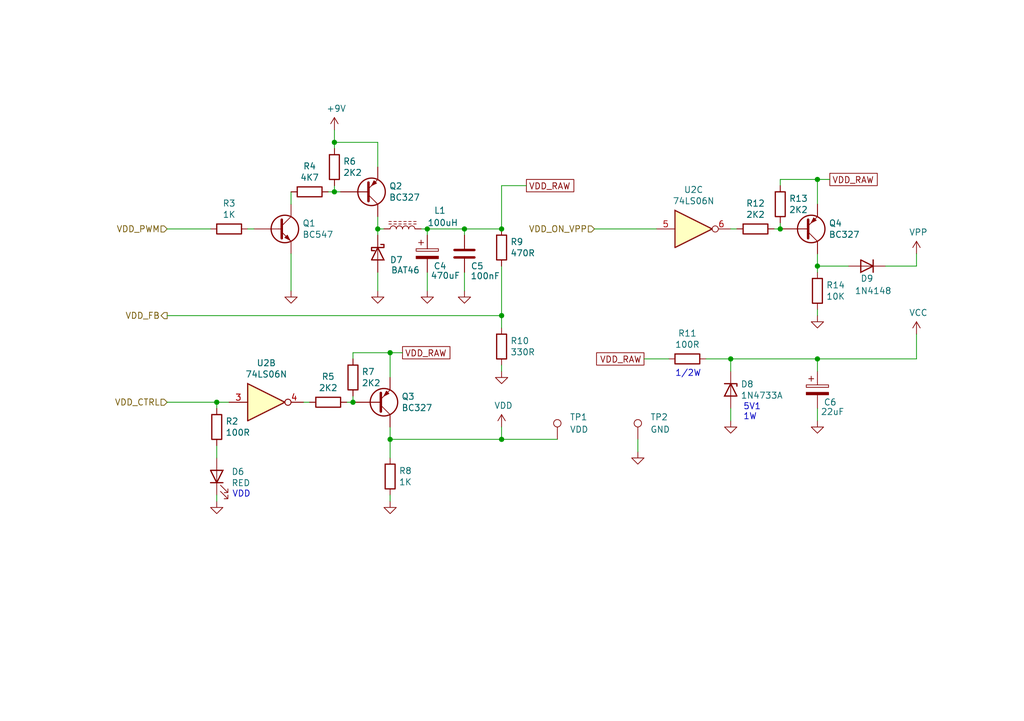
<source format=kicad_sch>
(kicad_sch (version 20231120) (generator "eeschema") (generator_version "8.0")
  (paper "A5")
  (title_block (title "USB Flash/EPROM Programmer") (date "2024-02-01") (rev "v0.3.0") (company "Robson Martins") (comment 1 "https://usbflashprog.robsonmartins.com"))
  (lib_symbols
    (symbol "74xx:74LS06N" (pin_names (offset 1.016))
      (property "Reference" "U" (at 0 1.27 0))
      (property "Value" "74LS06N" (at 0 -1.27 0))
      (symbol "74LS06N_1_0"
        (polyline (pts (xy -3.81 3.81) (xy -3.81 -3.81) (xy 3.81 0) (xy -3.81 3.81)) (stroke (width 0.254)) (fill (type background)))
        (pin input line (at -7.62 0 0) (length 3.81) (name "~") (number "1"))
        (pin open_collector inverted (at 7.62 0 180) (length 3.81) (name "~") (number "2"))
      )
      (symbol "74LS06N_2_0"
        (polyline (pts (xy -3.81 3.81) (xy -3.81 -3.81) (xy 3.81 0) (xy -3.81 3.81)) (stroke (width 0.254)) (fill (type background)))
        (pin input line (at -7.62 0 0) (length 3.81) (name "~") (number "3"))
        (pin open_collector inverted (at 7.62 0 180) (length 3.81) (name "~") (number "4"))
      )
      (symbol "74LS06N_3_0"
        (polyline (pts (xy -3.81 3.81) (xy -3.81 -3.81) (xy 3.81 0) (xy -3.81 3.81)) (stroke (width 0.254)) (fill (type background)))
        (pin input line (at -7.62 0 0) (length 3.81) (name "~") (number "5"))
        (pin open_collector inverted (at 7.62 0 180) (length 3.81) (name "~") (number "6"))
      )
      (symbol "74LS06N_4_0"
        (polyline (pts (xy -3.81 3.81) (xy -3.81 -3.81) (xy 3.81 0) (xy -3.81 3.81)) (stroke (width 0.254)) (fill (type background)))
        (pin open_collector inverted (at 7.62 0 180) (length 3.81) (name "~") (number "8"))
        (pin input line (at -7.62 0 0) (length 3.81) (name "~") (number "9"))
      )
      (symbol "74LS06N_5_0"
        (polyline (pts (xy -3.81 3.81) (xy -3.81 -3.81) (xy 3.81 0) (xy -3.81 3.81)) (stroke (width 0.254)) (fill (type background)))
        (pin open_collector inverted (at 7.62 0 180) (length 3.81) (name "~") (number "10"))
        (pin input line (at -7.62 0 0) (length 3.81) (name "~") (number "11"))
      )
      (symbol "74LS06N_6_0"
        (polyline (pts (xy -3.81 3.81) (xy -3.81 -3.81) (xy 3.81 0) (xy -3.81 3.81)) (stroke (width 0.254)) (fill (type background)))
        (pin open_collector inverted (at 7.62 0 180) (length 3.81) (name "~") (number "12"))
        (pin input line (at -7.62 0 0) (length 3.81) (name "~") (number "13"))
      )
      (symbol "74LS06N_7_0"
        (pin power_in line (at 0 12.7 270) (length 5.08) (name "VCC") (number "14"))
        (pin power_in line (at 0 -12.7 90) (length 5.08) (name "GND") (number "7"))
      )
      (symbol "74LS06N_7_1"
        (rectangle (start -5.08 7.62) (end 5.08 -7.62) (stroke (width 0.254)) (fill (type background)))
      )
    )
    (symbol "BC327_1" (pin_numbers hide) (pin_names (offset 0) hide)
      (property "Reference" "Q" (at 5.08 1.905 0))
      (property "Value" "BC327_1" (at 5.08 0 0))
      (symbol "BC327_1_0_1"
        (polyline (pts (xy 0.635 0.635) (xy 2.54 2.54)))
        (polyline (pts (xy 0.635 -0.635) (xy 2.54 -2.54) (xy 2.54 -2.54)))
        (polyline (pts (xy 0.635 1.905) (xy 0.635 -1.905) (xy 0.635 -1.905)) (stroke (width 0.508)))
        (polyline (pts (xy 2.286 -1.778) (xy 1.778 -2.286) (xy 1.27 -1.27) (xy 2.286 -1.778) (xy 2.286 -1.778)) (fill (type outline)))
        (circle (center 1.27 0) (radius 2.8194) (stroke (width 0.254)))
      )
      (symbol "BC327_1_1_1"
        (pin passive line (at 2.54 5.08 270) (length 2.54) (name "C") (number "1"))
        (pin input line (at -5.08 0 0) (length 5.715) (name "B") (number "2"))
        (pin passive line (at 2.54 -5.08 90) (length 2.54) (name "E") (number "3"))
      )
    )
    (symbol "BC327_2" (pin_numbers hide) (pin_names (offset 0) hide)
      (property "Reference" "Q" (at 5.08 1.905 0))
      (property "Value" "BC327_2" (at 5.08 0 0))
      (symbol "BC327_2_0_1"
        (polyline (pts (xy 0.635 0.635) (xy 2.54 2.54)))
        (polyline (pts (xy 0.635 -0.635) (xy 2.54 -2.54) (xy 2.54 -2.54)))
        (polyline (pts (xy 0.635 1.905) (xy 0.635 -1.905) (xy 0.635 -1.905)) (stroke (width 0.508)))
        (polyline (pts (xy 2.286 -1.778) (xy 1.778 -2.286) (xy 1.27 -1.27) (xy 2.286 -1.778) (xy 2.286 -1.778)) (fill (type outline)))
        (circle (center 1.27 0) (radius 2.8194) (stroke (width 0.254)))
      )
      (symbol "BC327_2_1_1"
        (pin passive line (at 2.54 5.08 270) (length 2.54) (name "C") (number "1"))
        (pin input line (at -5.08 0 0) (length 5.715) (name "B") (number "2"))
        (pin passive line (at 2.54 -5.08 90) (length 2.54) (name "E") (number "3"))
      )
    )
    (symbol "Connector:TestPoint" (pin_numbers hide) (pin_names (offset 0.762) hide)
      (property "Reference" "TP" (at 0 6.858 0))
      (property "Value" "TestPoint" (at 0 5.08 0))
      (symbol "TestPoint_0_1"
        (circle (center 0 3.302) (radius 0.762))
      )
      (symbol "TestPoint_1_1"
        (pin passive line (at 0 0 90) (length 2.54) (name "1") (number "1"))
      )
    )
    (symbol "Device:C" (pin_numbers hide) (pin_names (offset 0.254))
      (property "Reference" "C" (at 0.635 2.54 0))
      (property "Value" "C" (at 0.635 -2.54 0))
      (symbol "C_0_1"
        (polyline (pts (xy -2.032 -0.762) (xy 2.032 -0.762)) (stroke (width 0.508)))
        (polyline (pts (xy -2.032 0.762) (xy 2.032 0.762)) (stroke (width 0.508)))
      )
      (symbol "C_1_1"
        (pin passive line (at 0 3.81 270) (length 2.794) (name "~") (number "1"))
        (pin passive line (at 0 -3.81 90) (length 2.794) (name "~") (number "2"))
      )
    )
    (symbol "Device:C_Polarized" (pin_numbers hide) (pin_names (offset 0.254))
      (property "Reference" "C" (at 0.635 2.54 0))
      (property "Value" "C_Polarized" (at 0.635 -2.54 0))
      (symbol "C_Polarized_0_1"
        (rectangle (start -2.286 0.508) (end 2.286 1.016))
        (polyline (pts (xy -1.778 2.286) (xy -0.762 2.286)))
        (polyline (pts (xy -1.27 2.794) (xy -1.27 1.778)))
        (rectangle (start 2.286 -0.508) (end -2.286 -1.016) (fill (type outline)))
      )
      (symbol "C_Polarized_1_1"
        (pin passive line (at 0 3.81 270) (length 2.794) (name "~") (number "1"))
        (pin passive line (at 0 -3.81 90) (length 2.794) (name "~") (number "2"))
      )
    )
    (symbol "Device:LED" (pin_numbers hide) (pin_names (offset 1.016) hide)
      (property "Reference" "D" (at 0 2.54 0))
      (property "Value" "LED" (at 0 -2.54 0))
      (symbol "LED_0_1"
        (polyline (pts (xy -1.27 -1.27) (xy -1.27 1.27)) (stroke (width 0.254)))
        (polyline (pts (xy -1.27 0) (xy 1.27 0)))
        (polyline (pts (xy 1.27 -1.27) (xy 1.27 1.27) (xy -1.27 0) (xy 1.27 -1.27)) (stroke (width 0.254)))
        (polyline (pts (xy -3.048 -0.762) (xy -4.572 -2.286) (xy -3.81 -2.286) (xy -4.572 -2.286) (xy -4.572 -1.524)))
        (polyline (pts (xy -1.778 -0.762) (xy -3.302 -2.286) (xy -2.54 -2.286) (xy -3.302 -2.286) (xy -3.302 -1.524)))
      )
      (symbol "LED_1_1"
        (pin passive line (at -3.81 0 0) (length 2.54) (name "K") (number "1"))
        (pin passive line (at 3.81 0 180) (length 2.54) (name "A") (number "2"))
      )
    )
    (symbol "Device:L_Ferrite" (pin_numbers hide) (pin_names (offset 1.016) hide)
      (property "Reference" "L" (at -1.27 0 90))
      (property "Value" "L_Ferrite" (at 2.794 0 90))
      (symbol "L_Ferrite_0_1"
        (arc (start 0 -2.54) (mid 0.6323 -1.905) (end 0 -1.27))
        (arc (start 0 -1.27) (mid 0.6323 -0.635) (end 0 0))
        (polyline (pts (xy 1.016 -2.794) (xy 1.016 -2.286)))
        (polyline (pts (xy 1.016 -1.778) (xy 1.016 -1.27)))
        (polyline (pts (xy 1.016 -0.762) (xy 1.016 -0.254)))
        (polyline (pts (xy 1.016 0.254) (xy 1.016 0.762)))
        (polyline (pts (xy 1.016 1.27) (xy 1.016 1.778)))
        (polyline (pts (xy 1.016 2.286) (xy 1.016 2.794)))
        (polyline (pts (xy 1.524 -2.286) (xy 1.524 -2.794)))
        (polyline (pts (xy 1.524 -1.27) (xy 1.524 -1.778)))
        (polyline (pts (xy 1.524 -0.254) (xy 1.524 -0.762)))
        (polyline (pts (xy 1.524 0.762) (xy 1.524 0.254)))
        (polyline (pts (xy 1.524 1.778) (xy 1.524 1.27)))
        (polyline (pts (xy 1.524 2.794) (xy 1.524 2.286)))
        (arc (start 0 0) (mid 0.6323 0.635) (end 0 1.27))
        (arc (start 0 1.27) (mid 0.6323 1.905) (end 0 2.54))
      )
      (symbol "L_Ferrite_1_1"
        (pin passive line (at 0 3.81 270) (length 1.27) (name "1") (number "1"))
        (pin passive line (at 0 -3.81 90) (length 1.27) (name "2") (number "2"))
      )
    )
    (symbol "Device:R" (pin_numbers hide) (pin_names (offset 0))
      (property "Reference" "R" (at 2.032 0 90))
      (property "Value" "R" (at 0 0 90))
      (symbol "R_0_1"
        (rectangle (start -1.016 -2.54) (end 1.016 2.54) (stroke (width 0.254)))
      )
      (symbol "R_1_1"
        (pin passive line (at 0 3.81 270) (length 1.27) (name "~") (number "1"))
        (pin passive line (at 0 -3.81 90) (length 1.27) (name "~") (number "2"))
      )
    )
    (symbol "Diode:1N4148" (pin_numbers hide) (pin_names (offset 1.016) hide)
      (property "Reference" "D" (at 0 2.54 0))
      (property "Value" "1N4148" (at 0 -2.54 0))
      (symbol "1N4148_0_1"
        (polyline (pts (xy -1.27 1.27) (xy -1.27 -1.27)) (stroke (width 0.254)))
        (polyline (pts (xy 1.27 0) (xy -1.27 0)))
        (polyline (pts (xy 1.27 1.27) (xy 1.27 -1.27) (xy -1.27 0) (xy 1.27 1.27)) (stroke (width 0.254)))
      )
      (symbol "1N4148_1_1"
        (pin passive line (at -3.81 0 0) (length 2.54) (name "K") (number "1"))
        (pin passive line (at 3.81 0 180) (length 2.54) (name "A") (number "2"))
      )
    )
    (symbol "Diode:1N47xxA" (pin_numbers hide) (pin_names hide)
      (property "Reference" "D" (at 0 2.54 0))
      (property "Value" "1N47xxA" (at 0 -2.54 0))
      (symbol "1N47xxA_0_1"
        (polyline (pts (xy 1.27 0) (xy -1.27 0)))
        (polyline (pts (xy -1.27 -1.27) (xy -1.27 1.27) (xy -0.762 1.27)) (stroke (width 0.254)))
        (polyline (pts (xy 1.27 -1.27) (xy 1.27 1.27) (xy -1.27 0) (xy 1.27 -1.27)) (stroke (width 0.254)))
      )
      (symbol "1N47xxA_1_1"
        (pin passive line (at -3.81 0 0) (length 2.54) (name "K") (number "1"))
        (pin passive line (at 3.81 0 180) (length 2.54) (name "A") (number "2"))
      )
    )
    (symbol "Diode:BAT46" (pin_numbers hide) (pin_names (offset 1.016) hide)
      (property "Reference" "D" (at 0 2.54 0))
      (property "Value" "BAT46" (at 0 -2.54 0))
      (symbol "BAT46_0_1"
        (polyline (pts (xy 1.27 0) (xy -1.27 0)))
        (polyline (pts (xy 1.27 1.27) (xy 1.27 -1.27) (xy -1.27 0) (xy 1.27 1.27)) (stroke (width 0.254)))
        (polyline (pts (xy -1.905 0.635) (xy -1.905 1.27) (xy -1.27 1.27) (xy -1.27 -1.27) (xy -0.635 -1.27) (xy -0.635 -0.635)) (stroke (width 0.254)))
      )
      (symbol "BAT46_1_1"
        (pin passive line (at -3.81 0 0) (length 2.54) (name "K") (number "1"))
        (pin passive line (at 3.81 0 180) (length 2.54) (name "A") (number "2"))
      )
    )
    (symbol "Transistor_BJT:BC327" (pin_numbers hide) (pin_names (offset 0) hide)
      (property "Reference" "Q" (at 5.08 1.905 0))
      (property "Value" "BC327" (at 5.08 0 0))
      (symbol "BC327_0_1"
        (polyline (pts (xy 0.635 0.635) (xy 2.54 2.54)))
        (polyline (pts (xy 0.635 -0.635) (xy 2.54 -2.54) (xy 2.54 -2.54)))
        (polyline (pts (xy 0.635 1.905) (xy 0.635 -1.905) (xy 0.635 -1.905)) (stroke (width 0.508)))
        (polyline (pts (xy 2.286 -1.778) (xy 1.778 -2.286) (xy 1.27 -1.27) (xy 2.286 -1.778) (xy 2.286 -1.778)) (fill (type outline)))
        (circle (center 1.27 0) (radius 2.8194) (stroke (width 0.254)))
      )
      (symbol "BC327_1_1"
        (pin passive line (at 2.54 5.08 270) (length 2.54) (name "C") (number "1"))
        (pin input line (at -5.08 0 0) (length 5.715) (name "B") (number "2"))
        (pin passive line (at 2.54 -5.08 90) (length 2.54) (name "E") (number "3"))
      )
    )
    (symbol "Transistor_BJT:BC547" (pin_numbers hide) (pin_names (offset 0) hide)
      (property "Reference" "Q" (at 5.08 1.905 0))
      (property "Value" "BC547" (at 5.08 0 0))
      (symbol "BC547_0_1"
        (polyline (pts (xy 0 0) (xy 0.635 0)))
        (polyline (pts (xy 0.635 0.635) (xy 2.54 2.54)))
        (polyline (pts (xy 0.635 -0.635) (xy 2.54 -2.54) (xy 2.54 -2.54)))
        (polyline (pts (xy 0.635 1.905) (xy 0.635 -1.905) (xy 0.635 -1.905)) (stroke (width 0.508)))
        (polyline (pts (xy 1.27 -1.778) (xy 1.778 -1.27) (xy 2.286 -2.286) (xy 1.27 -1.778) (xy 1.27 -1.778)) (fill (type outline)))
        (circle (center 1.27 0) (radius 2.8194) (stroke (width 0.254)))
      )
      (symbol "BC547_1_1"
        (pin passive line (at 2.54 5.08 270) (length 2.54) (name "C") (number "1"))
        (pin input line (at -5.08 0 0) (length 5.08) (name "B") (number "2"))
        (pin passive line (at 2.54 -5.08 90) (length 2.54) (name "E") (number "3"))
      )
    )
    (symbol "power:+9V" (power) (pin_names (offset 0))
      (property "Value" "+9V" (at 0 3.556 0))
      (symbol "+9V_0_1"
        (polyline (pts (xy -0.762 1.27) (xy 0 2.54)))
        (polyline (pts (xy 0 0) (xy 0 2.54)))
        (polyline (pts (xy 0 2.54) (xy 0.762 1.27)))
      )
      (symbol "+9V_1_1"
        (pin power_in line (at 0 0 90) (length 0) hide (name "+9V") (number "1"))
      )
    )
    (symbol "power:GND" (power) (pin_names (offset 0))
      (property "Value" "GND" (at 0 -3.81 0))
      (symbol "GND_0_1"
        (polyline (pts (xy 0 0) (xy 0 -1.27) (xy 1.27 -1.27) (xy 0 -2.54) (xy -1.27 -1.27) (xy 0 -1.27)))
      )
      (symbol "GND_1_1"
        (pin power_in line (at 0 0 270) (length 0) hide (name "GND") (number "1"))
      )
    )
    (symbol "power:VCC" (power) (pin_names (offset 0))
      (property "Value" "VCC" (at 0 3.81 0))
      (symbol "VCC_0_1"
        (polyline (pts (xy -0.762 1.27) (xy 0 2.54)))
        (polyline (pts (xy 0 0) (xy 0 2.54)))
        (polyline (pts (xy 0 2.54) (xy 0.762 1.27)))
      )
      (symbol "VCC_1_1"
        (pin power_in line (at 0 0 90) (length 0) hide (name "VCC") (number "1"))
      )
    )
    (symbol "power:VDD" (power) (pin_names (offset 0))
      (property "Value" "VDD" (at 0 3.81 0))
      (symbol "VDD_0_1"
        (polyline (pts (xy -0.762 1.27) (xy 0 2.54)))
        (polyline (pts (xy 0 0) (xy 0 2.54)))
        (polyline (pts (xy 0 2.54) (xy 0.762 1.27)))
      )
      (symbol "VDD_1_1"
        (pin power_in line (at 0 0 90) (length 0) hide (name "VDD") (number "1"))
      )
    )
    (symbol "power:VPP" (power) (pin_names (offset 0))
      (property "Value" "VPP" (at 0 3.81 0))
      (symbol "VPP_0_1"
        (polyline (pts (xy -0.762 1.27) (xy 0 2.54)))
        (polyline (pts (xy 0 0) (xy 0 2.54)))
        (polyline (pts (xy 0 2.54) (xy 0.762 1.27)))
      )
      (symbol "VPP_1_1"
        (pin power_in line (at 0 0 90) (length 0) hide (name "VPP") (number "1"))
      )
    )
  )
  (junction (at 77.47 46.99))
  (junction (at 149.86 73.66))
  (junction (at 102.87 90.17))
  (junction (at 160.02 46.99))
  (junction (at 68.58 29.21))
  (junction (at 102.87 46.99))
  (junction (at 44.45 82.55))
  (junction (at 72.39 82.55))
  (junction (at 167.64 54.61))
  (junction (at 87.63 46.99))
  (junction (at 95.25 46.99))
  (junction (at 80.01 72.39))
  (junction (at 102.87 64.77))
  (junction (at 167.64 73.66))
  (junction (at 167.64 36.83))
  (junction (at 68.58 39.37))
  (junction (at 80.01 90.17))
  (wire (pts (xy 160.02 38.1) (xy 160.02 36.83)))
  (wire (pts (xy 44.45 91.44) (xy 44.45 93.98)))
  (wire (pts (xy 187.96 68.58) (xy 187.96 73.66)))
  (wire (pts (xy 167.64 63.5) (xy 167.64 64.77)))
  (wire (pts (xy 80.01 77.47) (xy 80.01 72.39)))
  (wire (pts (xy 95.25 46.99) (xy 102.87 46.99)))
  (wire (pts (xy 68.58 39.37) (xy 69.85 39.37)))
  (wire (pts (xy 77.47 55.88) (xy 77.47 59.69)))
  (wire (pts (xy 80.01 87.63) (xy 80.01 90.17)))
  (wire (pts (xy 72.39 73.66) (xy 72.39 72.39)))
  (wire (pts (xy 71.12 82.55) (xy 72.39 82.55)))
  (wire (pts (xy 187.96 54.61) (xy 187.96 52.07)))
  (wire (pts (xy 102.87 87.63) (xy 102.87 90.17)))
  (wire (pts (xy 77.47 46.99) (xy 77.47 48.26)))
  (wire (pts (xy 173.99 54.61) (xy 167.64 54.61)))
  (wire (pts (xy 46.99 82.55) (xy 44.45 82.55)))
  (wire (pts (xy 102.87 64.77) (xy 102.87 67.31)))
  (wire (pts (xy 59.69 59.69) (xy 59.69 52.07)))
  (wire (pts (xy 149.86 46.99) (xy 151.13 46.99)))
  (wire (pts (xy 102.87 38.1) (xy 107.95 38.1)))
  (wire (pts (xy 102.87 76.2) (xy 102.87 74.93)))
  (wire (pts (xy 72.39 72.39) (xy 80.01 72.39)))
  (wire (pts (xy 67.31 39.37) (xy 68.58 39.37)))
  (wire (pts (xy 86.36 46.99) (xy 87.63 46.99)))
  (wire (pts (xy 144.78 73.66) (xy 149.86 73.66)))
  (wire (pts (xy 80.01 90.17) (xy 80.01 93.98)))
  (wire (pts (xy 68.58 38.1) (xy 68.58 39.37)))
  (wire (pts (xy 50.8 46.99) (xy 52.07 46.99)))
  (wire (pts (xy 68.58 29.21) (xy 68.58 26.67)))
  (wire (pts (xy 160.02 36.83) (xy 167.64 36.83)))
  (wire (pts (xy 102.87 90.17) (xy 114.3 90.17)))
  (wire (pts (xy 44.45 82.55) (xy 34.29 82.55)))
  (wire (pts (xy 78.74 46.99) (xy 77.47 46.99)))
  (wire (pts (xy 95.25 59.69) (xy 95.25 55.88)))
  (wire (pts (xy 44.45 101.6) (xy 44.45 102.87)))
  (wire (pts (xy 181.61 54.61) (xy 187.96 54.61)))
  (wire (pts (xy 149.86 76.2) (xy 149.86 73.66)))
  (wire (pts (xy 59.69 41.91) (xy 59.69 39.37)))
  (wire (pts (xy 77.47 44.45) (xy 77.47 46.99)))
  (wire (pts (xy 44.45 83.82) (xy 44.45 82.55)))
  (wire (pts (xy 80.01 72.39) (xy 82.55 72.39)))
  (wire (pts (xy 149.86 73.66) (xy 167.64 73.66)))
  (wire (pts (xy 80.01 90.17) (xy 102.87 90.17)))
  (wire (pts (xy 87.63 48.26) (xy 87.63 46.99)))
  (wire (pts (xy 34.29 46.99) (xy 43.18 46.99)))
  (wire (pts (xy 87.63 59.69) (xy 87.63 55.88)))
  (wire (pts (xy 167.64 41.91) (xy 167.64 36.83)))
  (wire (pts (xy 160.02 45.72) (xy 160.02 46.99)))
  (wire (pts (xy 121.92 46.99) (xy 134.62 46.99)))
  (wire (pts (xy 62.23 82.55) (xy 63.5 82.55)))
  (wire (pts (xy 87.63 46.99) (xy 95.25 46.99)))
  (wire (pts (xy 167.64 52.07) (xy 167.64 54.61)))
  (wire (pts (xy 158.75 46.99) (xy 160.02 46.99)))
  (wire (pts (xy 68.58 30.48) (xy 68.58 29.21)))
  (wire (pts (xy 149.86 83.82) (xy 149.86 86.36)))
  (wire (pts (xy 77.47 34.29) (xy 77.47 29.21)))
  (wire (pts (xy 167.64 36.83) (xy 170.18 36.83)))
  (wire (pts (xy 77.47 29.21) (xy 68.58 29.21)))
  (wire (pts (xy 167.64 54.61) (xy 167.64 55.88)))
  (wire (pts (xy 72.39 81.28) (xy 72.39 82.55)))
  (wire (pts (xy 130.81 90.17) (xy 130.81 92.71)))
  (wire (pts (xy 34.29 64.77) (xy 102.87 64.77)))
  (wire (pts (xy 167.64 73.66) (xy 187.96 73.66)))
  (wire (pts (xy 132.08 73.66) (xy 137.16 73.66)))
  (wire (pts (xy 102.87 38.1) (xy 102.87 46.99)))
  (wire (pts (xy 102.87 54.61) (xy 102.87 64.77)))
  (wire (pts (xy 80.01 101.6) (xy 80.01 102.87)))
  (wire (pts (xy 95.25 48.26) (xy 95.25 46.99)))
  (wire (pts (xy 167.64 86.36) (xy 167.64 83.82)))
  (wire (pts (xy 167.64 73.66) (xy 167.64 76.2)))
  (text "1/2W" (at 138.43 77.47 0) (effects (font (size 1.27 1.27)) (justify left bottom)))
  (text "5V1\n1W" (at 152.4 86.36 0) (effects (font (size 1.27 1.27)) (justify left bottom)))
  (text "VDD" (at 47.5996 102.235 0) (effects (font (size 1.27 1.27)) (justify left bottom)))
  (global_label "VDD_RAW" (shape passive) (at 82.55 72.39 0) (property "Intersheetrefs" "${INTERSHEET_REFS}" (effects (hide yes))))
  (global_label "VDD_RAW" (shape passive) (at 107.95 38.1 0) (property "Intersheetrefs" "${INTERSHEET_REFS}" (effects (hide yes))))
  (global_label "VDD_RAW" (shape passive) (at 170.18 36.83 0) (property "Intersheetrefs" "${INTERSHEET_REFS}" (effects (hide yes))))
  (global_label "VDD_RAW" (shape passive) (at 132.08 73.66 180) (property "Intersheetrefs" "${INTERSHEET_REFS}" (effects (hide yes))))
  (hierarchical_label "VDD_ON_VPP" (shape input) (at 121.92 46.99 180))
  (hierarchical_label "VDD_CTRL" (shape input) (at 34.29 82.55 180))
  (hierarchical_label "VDD_FB" (shape output) (at 34.29 64.77 180))
  (hierarchical_label "VDD_PWM" (shape input) (at 34.29 46.99 180))
  (symbol (lib_id "Device:R") (at 46.99 46.99 270) (unit 1)
    (property "Reference" "R3" (at 46.99 41.7322 90))
    (property "Value" "1K" (at 46.99 44.0436 90))
    (property "Footprint" "Resistor_THT:R_Axial_DIN0204_L3.6mm_D1.6mm_P7.62mm_Horizontal" (effects (hide yes)))
  )
  (symbol (lib_id "Device:R") (at 102.87 71.12 0) (unit 1)
    (property "Reference" "R10" (at 104.648 69.9516 0) (effects (justify left)))
    (property "Value" "330R" (at 104.648 72.263 0) (effects (justify left)))
    (property "Footprint" "Resistor_THT:R_Axial_DIN0204_L3.6mm_D1.6mm_P7.62mm_Horizontal" (effects (hide yes)))
  )
  (symbol (lib_id "Device:R") (at 102.87 50.8 0) (unit 1)
    (property "Reference" "R9" (at 104.648 49.6316 0) (effects (justify left)))
    (property "Value" "470R" (at 104.648 51.943 0) (effects (justify left)))
    (property "Footprint" "Resistor_THT:R_Axial_DIN0204_L3.6mm_D1.6mm_P7.62mm_Horizontal" (effects (hide yes)))
  )
  (symbol (lib_id "Device:C_Polarized") (at 87.63 52.07 0) (unit 1)
    (property "Reference" "C4" (at 88.9 54.61 0) (effects (justify left)))
    (property "Value" "470uF" (at 88.2904 56.5658 0) (effects (justify left)))
    (property "Footprint" "Capacitor_THT:CP_Radial_D8.0mm_P3.80mm" (effects (hide yes)))
  )
  (symbol (lib_id "Device:C") (at 95.25 52.07 0) (unit 1)
    (property "Reference" "C5" (at 96.52 54.61 0) (effects (justify left)))
    (property "Value" "100nF" (at 96.4692 56.642 0) (effects (justify left)))
    (property "Footprint" "Capacitor_THT:C_Disc_D5.0mm_W2.5mm_P5.00mm" (effects (hide yes)))
  )
  (symbol (lib_id "Diode:BAT46") (at 77.47 52.07 270) (unit 1)
    (property "Reference" "D7" (at 81.28 53.34 90))
    (property "Value" "BAT46" (at 83.1342 55.4482 90))
    (property "Footprint" "Diode_THT:D_DO-34_SOD68_P7.62mm_Horizontal" (effects (hide yes)))
    (property "Datasheet" "http://www.vishay.com/docs/85662/bat46.pdf" (effects (hide yes)))
  )
  (symbol (lib_id "Device:L_Ferrite") (at 82.55 46.99 90) (unit 1)
    (property "Reference" "L1" (at 91.44 43.18 90) (effects (justify left)))
    (property "Value" "100uH" (at 93.98 45.72 90) (effects (justify left)))
    (property "Footprint" "Inductor_THT:L_Toroid_Vertical_L13.0mm_W6.5mm_P5.60mm" (effects (hide yes)))
  )
  (symbol (lib_id "power:+9V") (at 68.58 26.67 0) (unit 1)
    (property "Reference" "#PWR019" (effects (hide yes)))
    (property "Value" "+9V" (at 68.961 22.2758 0))
  )
  (symbol (lib_id "power:GND") (at 59.69 59.69 0) (unit 1)
    (property "Reference" "#PWR018" (effects (hide yes)))
    (property "Value" "GND" (effects (hide yes)))
  )
  (symbol (lib_id "power:GND") (at 87.63 59.69 0) (unit 1)
    (property "Reference" "#PWR022" (effects (hide yes)))
    (property "Value" "GND" (effects (hide yes)))
  )
  (symbol (lib_id "power:GND") (at 95.25 59.69 0) (unit 1)
    (property "Reference" "#PWR023" (effects (hide yes)))
    (property "Value" "GND" (effects (hide yes)))
  )
  (symbol (lib_id "power:GND") (at 102.87 76.2 0) (unit 1)
    (property "Reference" "#PWR024" (effects (hide yes)))
    (property "Value" "GND" (effects (hide yes)))
  )
  (symbol (lib_id "Device:LED") (at 44.45 97.79 90) (unit 1)
    (property "Reference" "D6" (at 47.4472 96.7994 90) (effects (justify right)))
    (property "Value" "RED" (at 47.4472 99.1108 90) (effects (justify right)))
    (property "Footprint" "LED_THT:LED_D3.0mm" (effects (hide yes)))
  )
  (symbol (lib_id "74xx:74LS06N") (at 54.61 82.55 0) (unit 2)
    (property "Reference" "U2" (at 54.61 74.4982 0))
    (property "Value" "74LS06N" (at 54.61 76.8096 0))
    (property "Footprint" "Package_DIP:DIP-14_W7.62mm" (effects (hide yes)))
    (property "Datasheet" "http://www.ti.com/lit/gpn/sn74LS06N" (effects (hide yes)))
  )
  (symbol (lib_id "Device:R") (at 67.31 82.55 270) (unit 1)
    (property "Reference" "R5" (at 67.31 77.2922 90))
    (property "Value" "2K2" (at 67.31 79.6036 90))
    (property "Footprint" "Resistor_THT:R_Axial_DIN0204_L3.6mm_D1.6mm_P7.62mm_Horizontal" (effects (hide yes)))
  )
  (symbol (lib_id "Device:R") (at 44.45 87.63 0) (unit 1)
    (property "Reference" "R2" (at 46.228 86.4616 0) (effects (justify left)))
    (property "Value" "100R" (at 46.228 88.773 0) (effects (justify left)))
    (property "Footprint" "Resistor_THT:R_Axial_DIN0204_L3.6mm_D1.6mm_P7.62mm_Horizontal" (effects (hide yes)))
  )
  (symbol (lib_id "power:GND") (at 44.45 102.87 0) (unit 1)
    (property "Reference" "#PWR017" (effects (hide yes)))
    (property "Value" "GND" (effects (hide yes)))
  )
  (symbol (lib_id "Device:R") (at 72.39 77.47 0) (unit 1)
    (property "Reference" "R7" (at 74.168 76.3016 0) (effects (justify left)))
    (property "Value" "2K2" (at 74.168 78.613 0) (effects (justify left)))
    (property "Footprint" "Resistor_THT:R_Axial_DIN0204_L3.6mm_D1.6mm_P7.62mm_Horizontal" (effects (hide yes)))
  )
  (symbol (lib_id "Device:R") (at 80.01 97.79 0) (unit 1)
    (property "Reference" "R8" (at 81.788 96.6216 0) (effects (justify left)))
    (property "Value" "1K" (at 81.788 98.933 0) (effects (justify left)))
    (property "Footprint" "Resistor_THT:R_Axial_DIN0204_L3.6mm_D1.6mm_P7.62mm_Horizontal" (effects (hide yes)))
  )
  (symbol (lib_id "power:GND") (at 80.01 102.87 0) (unit 1)
    (property "Reference" "#PWR021" (effects (hide yes)))
    (property "Value" "GND" (effects (hide yes)))
  )
  (symbol (lib_id "power:VDD") (at 102.87 87.63 0) (unit 1)
    (property "Reference" "#PWR025" (effects (hide yes)))
    (property "Value" "VDD" (at 103.251 83.2358 0))
  )
  (symbol (lib_name "BC327_1") (lib_id "Transistor_BJT:BC327") (at 74.93 39.37 0) (mirror x) (unit 1)
    (property "Reference" "Q2" (at 79.7814 38.2016 0) (effects (justify left)))
    (property "Value" "BC327" (at 79.7814 40.513 0) (effects (justify left)))
    (property "Footprint" "Package_TO_SOT_THT:TO-92_Inline_Wide" (effects (hide yes)))
    (property "Datasheet" "http://www.onsemi.com/pub_link/Collateral/BC327-D.PDF" (effects (hide yes)))
  )
  (symbol (lib_id "Transistor_BJT:BC547") (at 57.15 46.99 0) (unit 1)
    (property "Reference" "Q1" (at 62.0014 45.8216 0) (effects (justify left)))
    (property "Value" "BC547" (at 62.0014 48.133 0) (effects (justify left)))
    (property "Footprint" "Package_TO_SOT_THT:TO-92_Inline_Wide" (effects (hide yes)))
    (property "Datasheet" "https://www.onsemi.com/pub/Collateral/BC550-D.pdf" (effects (hide yes)))
  )
  (symbol (lib_id "Device:R") (at 63.5 39.37 270) (unit 1)
    (property "Reference" "R4" (at 63.5 34.1122 90))
    (property "Value" "4K7" (at 63.5 36.4236 90))
    (property "Footprint" "Resistor_THT:R_Axial_DIN0204_L3.6mm_D1.6mm_P7.62mm_Horizontal" (effects (hide yes)))
  )
  (symbol (lib_id "Device:R") (at 68.58 34.29 0) (unit 1)
    (property "Reference" "R6" (at 70.358 33.1216 0) (effects (justify left)))
    (property "Value" "2K2" (at 70.358 35.433 0) (effects (justify left)))
    (property "Footprint" "Resistor_THT:R_Axial_DIN0204_L3.6mm_D1.6mm_P7.62mm_Horizontal" (effects (hide yes)))
  )
  (symbol (lib_id "power:GND") (at 77.47 59.69 0) (unit 1)
    (property "Reference" "#PWR020" (effects (hide yes)))
    (property "Value" "GND" (effects (hide yes)))
  )
  (symbol (lib_id "74xx:74LS06N") (at 142.24 46.99 0) (unit 3)
    (property "Reference" "U2" (at 142.24 38.9382 0))
    (property "Value" "74LS06N" (at 142.24 41.2496 0))
    (property "Footprint" "Package_DIP:DIP-14_W7.62mm" (effects (hide yes)))
    (property "Datasheet" "http://www.ti.com/lit/gpn/sn74LS06N" (effects (hide yes)))
  )
  (symbol (lib_id "Device:R") (at 154.94 46.99 270) (unit 1)
    (property "Reference" "R12" (at 154.94 41.7322 90))
    (property "Value" "2K2" (at 154.94 44.0436 90))
    (property "Footprint" "Resistor_THT:R_Axial_DIN0204_L3.6mm_D1.6mm_P7.62mm_Horizontal" (effects (hide yes)))
  )
  (symbol (lib_id "Transistor_BJT:BC327") (at 165.1 46.99 0) (mirror x) (unit 1)
    (property "Reference" "Q4" (at 169.9514 45.8216 0) (effects (justify left)))
    (property "Value" "BC327" (at 169.9514 48.133 0) (effects (justify left)))
    (property "Footprint" "Package_TO_SOT_THT:TO-92_Inline_Wide" (effects (hide yes)))
    (property "Datasheet" "http://www.onsemi.com/pub_link/Collateral/BC327-D.PDF" (effects (hide yes)))
  )
  (symbol (lib_id "Device:R") (at 160.02 41.91 0) (unit 1)
    (property "Reference" "R13" (at 161.798 40.7416 0) (effects (justify left)))
    (property "Value" "2K2" (at 161.798 43.053 0) (effects (justify left)))
    (property "Footprint" "Resistor_THT:R_Axial_DIN0204_L3.6mm_D1.6mm_P7.62mm_Horizontal" (effects (hide yes)))
  )
  (symbol (lib_id "Device:R") (at 167.64 59.69 0) (unit 1)
    (property "Reference" "R14" (at 169.418 58.5216 0) (effects (justify left)))
    (property "Value" "10K" (at 169.418 60.833 0) (effects (justify left)))
    (property "Footprint" "Resistor_THT:R_Axial_DIN0204_L3.6mm_D1.6mm_P7.62mm_Horizontal" (effects (hide yes)))
  )
  (symbol (lib_id "power:GND") (at 167.64 64.77 0) (unit 1)
    (property "Reference" "#PWR027" (effects (hide yes)))
    (property "Value" "GND" (effects (hide yes)))
  )
  (symbol (lib_id "power:VPP") (at 187.96 52.07 0) (unit 1)
    (property "Reference" "#PWR029" (effects (hide yes)))
    (property "Value" "VPP" (at 188.341 47.6758 0))
  )
  (symbol (lib_id "Diode:1N4148") (at 177.8 54.61 180) (unit 1)
    (property "Reference" "D9" (at 177.8 57.15 0))
    (property "Value" "1N4148" (at 179.07 59.69 0))
    (property "Footprint" "Diode_THT:D_DO-34_SOD68_P7.62mm_Horizontal" (effects (hide yes)))
    (property "Datasheet" "https://assets.nexperia.com/documents/data-sheet/1N4148_1N4448.pdf" (effects (hide yes)))
  )
  (symbol (lib_id "Device:R") (at 140.97 73.66 270) (unit 1)
    (property "Reference" "R11" (at 140.97 68.4022 90))
    (property "Value" "100R" (at 140.97 70.7136 90))
    (property "Footprint" "Resistor_THT:R_Axial_DIN0204_L3.6mm_D1.6mm_P7.62mm_Horizontal" (effects (hide yes)))
  )
  (symbol (lib_id "Device:C_Polarized") (at 167.64 80.01 0) (unit 1)
    (property "Reference" "C6" (at 168.91 82.55 0) (effects (justify left)))
    (property "Value" "22uF" (at 168.3004 84.5058 0) (effects (justify left)))
    (property "Footprint" "Capacitor_THT:CP_Radial_D5.0mm_P2.50mm" (effects (hide yes)))
  )
  (symbol (lib_id "power:GND") (at 167.64 86.36 0) (unit 1)
    (property "Reference" "#PWR028" (effects (hide yes)))
    (property "Value" "GND" (effects (hide yes)))
  )
  (symbol (lib_id "Diode:1N47xxA") (at 149.86 80.01 270) (unit 1)
    (property "Reference" "D8" (at 151.892 78.8416 90) (effects (justify left)))
    (property "Value" "1N4733A" (at 151.892 81.153 90) (effects (justify left)))
    (property "Footprint" "Diode_THT:D_DO-35_SOD27_P7.62mm_Horizontal" (effects (hide yes)))
    (property "Datasheet" "https://www.vishay.com/docs/85816/1n4728a.pdf" (effects (hide yes)))
  )
  (symbol (lib_id "power:GND") (at 149.86 86.36 0) (unit 1)
    (property "Reference" "#PWR026" (effects (hide yes)))
    (property "Value" "GND" (effects (hide yes)))
  )
  (symbol (lib_id "power:VCC") (at 187.96 68.58 0) (unit 1)
    (property "Reference" "#PWR030" (effects (hide yes)))
    (property "Value" "VCC" (at 188.341 64.1858 0))
  )
  (symbol (lib_name "BC327_2") (lib_id "Transistor_BJT:BC327") (at 77.47 82.55 0) (mirror x) (unit 1)
    (property "Reference" "Q3" (at 82.3214 81.3816 0) (effects (justify left)))
    (property "Value" "BC327" (at 82.3214 83.693 0) (effects (justify left)))
    (property "Footprint" "Package_TO_SOT_THT:TO-92_Inline_Wide" (effects (hide yes)))
    (property "Datasheet" "http://www.onsemi.com/pub_link/Collateral/BC327-D.PDF" (effects (hide yes)))
  )
  (symbol (lib_id "Connector:TestPoint") (at 114.3 90.17 0) (unit 1)
    (property "Reference" "TP1" (at 116.84 85.5979 0) (effects (justify left)))
    (property "Value" "VDD" (at 116.84 88.1379 0) (effects (justify left)))
    (property "Footprint" "TestPoint:TestPoint_THTPad_2.5x2.5mm_Drill1.2mm" (effects (hide yes)))
  )
  (symbol (lib_id "Connector:TestPoint") (at 130.81 90.17 0) (unit 1)
    (property "Reference" "TP2" (at 133.35 85.5979 0) (effects (justify left)))
    (property "Value" "GND" (at 133.35 88.1379 0) (effects (justify left)))
    (property "Footprint" "TestPoint:TestPoint_THTPad_2.5x2.5mm_Drill1.2mm" (effects (hide yes)))
  )
  (symbol (lib_id "power:GND") (at 130.81 92.71 0) (unit 1)
    (property "Reference" "#PWR080" (effects (hide yes)))
    (property "Value" "GND" (effects (hide yes)))
  )
)
</source>
